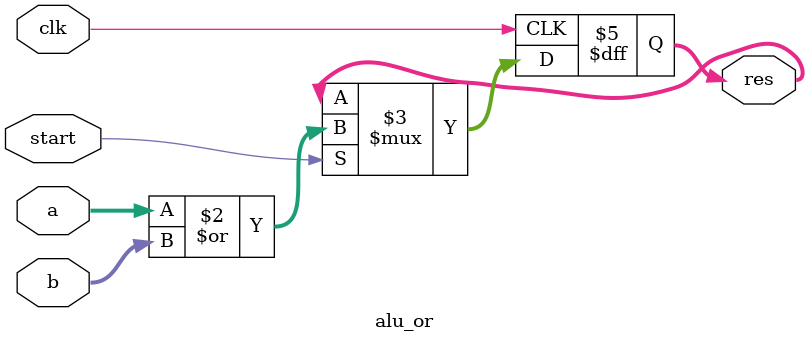
<source format=v>
`timescale 1ns/1ps

module alu_or(input clk, input [7:0] a, b, input start, output reg [15:0] res);
    always @(posedge clk) begin
        if (start)
            res <= a | b;
    end
endmodule

</source>
